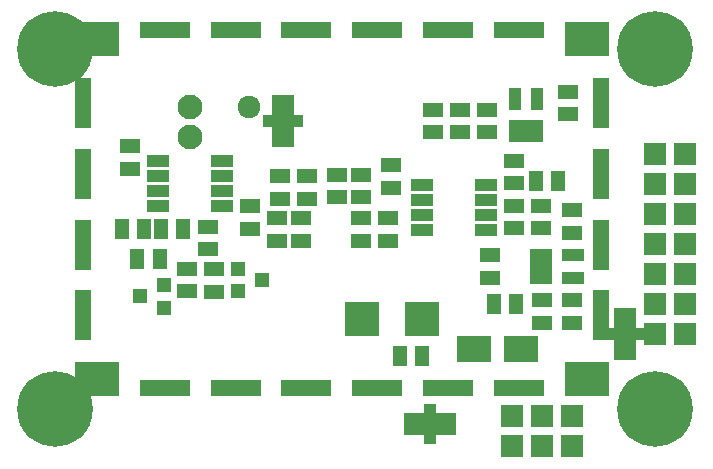
<source format=gbr>
G04 #@! TF.GenerationSoftware,KiCad,Pcbnew,(6.0.0-rc1-dev-205-gc0615c5ef)*
G04 #@! TF.CreationDate,2018-10-01T14:54:23+02:00*
G04 #@! TF.ProjectId,PCRD05A,504352443035412E6B696361645F7063,REV*
G04 #@! TF.SameCoordinates,Original*
G04 #@! TF.FileFunction,Soldermask,Bot*
G04 #@! TF.FilePolarity,Negative*
%FSLAX46Y46*%
G04 Gerber Fmt 4.6, Leading zero omitted, Abs format (unit mm)*
G04 Created by KiCad (PCBNEW (6.0.0-rc1-dev-205-gc0615c5ef)) date 10/01/18 14:54:23*
%MOMM*%
%LPD*%
G01*
G04 APERTURE LIST*
%ADD10R,1.797000X1.289000*%
%ADD11R,4.200000X1.400000*%
%ADD12R,3.700000X2.950000*%
%ADD13R,1.400000X4.200000*%
%ADD14R,2.950160X2.899360*%
%ADD15R,1.289000X1.797000*%
%ADD16R,2.899360X2.200860*%
%ADD17R,1.924000X1.924000*%
%ADD18C,6.400000*%
%ADD19R,1.950000X1.000000*%
%ADD20R,1.050000X1.960000*%
%ADD21R,1.960000X1.050000*%
%ADD22R,1.300000X1.200000*%
%ADD23R,1.700000X1.900000*%
%ADD24R,1.100000X3.400000*%
%ADD25R,1.900000X1.700000*%
%ADD26R,3.400000X1.100000*%
%ADD27R,1.800000X1.299000*%
%ADD28R,1.800000X1.289000*%
%ADD29C,2.100000*%
%ADD30C,1.924000*%
G04 APERTURE END LIST*
D10*
G04 #@! TO.C,R12*
X48895000Y20002500D03*
X48895000Y21907500D03*
G04 #@! TD*
D11*
G04 #@! TO.C,M6*
X44385000Y37150000D03*
X38385000Y37150000D03*
X32385000Y37150000D03*
X26385000Y37150000D03*
X20385000Y37150000D03*
X14385000Y37150000D03*
X44385000Y6850000D03*
X38385000Y6850000D03*
X32385000Y6850000D03*
X26385000Y6850000D03*
X20385000Y6850000D03*
X14385000Y6850000D03*
D12*
X50135000Y36375000D03*
X8635000Y36375000D03*
X50135000Y7625000D03*
X8635000Y7625000D03*
D13*
X7485000Y13000000D03*
X7485000Y19000000D03*
X7485000Y25000000D03*
X7485000Y31000000D03*
X51285000Y13000000D03*
X51285000Y19000000D03*
X51285000Y25000000D03*
X51285000Y31000000D03*
G04 #@! TD*
D14*
G04 #@! TO.C,C1*
X31130240Y12700000D03*
X36179760Y12700000D03*
G04 #@! TD*
D10*
G04 #@! TO.C,C3*
X11430000Y27305000D03*
X11430000Y25400000D03*
G04 #@! TD*
D15*
G04 #@! TO.C,C4*
X34290000Y9525000D03*
X36195000Y9525000D03*
G04 #@! TD*
G04 #@! TO.C,C5*
X10731500Y20320000D03*
X12636500Y20320000D03*
G04 #@! TD*
D10*
G04 #@! TO.C,C6*
X25908000Y21209000D03*
X25908000Y19304000D03*
G04 #@! TD*
G04 #@! TO.C,C7*
X46228000Y20383500D03*
X46228000Y22288500D03*
G04 #@! TD*
G04 #@! TO.C,C8*
X39370000Y30416500D03*
X39370000Y28511500D03*
G04 #@! TD*
G04 #@! TO.C,C9*
X46355000Y14287500D03*
X46355000Y12382500D03*
G04 #@! TD*
D15*
G04 #@! TO.C,C10*
X15938500Y20320000D03*
X14033500Y20320000D03*
G04 #@! TD*
D10*
G04 #@! TO.C,C11*
X23876000Y19304000D03*
X23876000Y21209000D03*
G04 #@! TD*
G04 #@! TO.C,C12*
X43942000Y22288500D03*
X43942000Y20383500D03*
G04 #@! TD*
G04 #@! TO.C,C13*
X41656000Y28511500D03*
X41656000Y30416500D03*
G04 #@! TD*
G04 #@! TO.C,C14*
X48895000Y12382500D03*
X48895000Y14287500D03*
G04 #@! TD*
G04 #@! TO.C,C15*
X26416000Y22860000D03*
X26416000Y24765000D03*
G04 #@! TD*
G04 #@! TO.C,C16*
X28956000Y24892000D03*
X28956000Y22987000D03*
G04 #@! TD*
G04 #@! TO.C,C17*
X33528000Y23812500D03*
X33528000Y25717500D03*
G04 #@! TD*
G04 #@! TO.C,C18*
X33274000Y19304000D03*
X33274000Y21209000D03*
G04 #@! TD*
G04 #@! TO.C,C19*
X43942000Y24193500D03*
X43942000Y26098500D03*
G04 #@! TD*
D16*
G04 #@! TO.C,D1*
X44543980Y10160000D03*
X40546020Y10160000D03*
G04 #@! TD*
D17*
G04 #@! TO.C,J1*
X48895000Y4445000D03*
X48895000Y1905000D03*
X46355000Y4445000D03*
X46355000Y1905000D03*
X43815000Y4445000D03*
X43815000Y1905000D03*
G04 #@! TD*
G04 #@! TO.C,J2*
X55880000Y21590000D03*
X58420000Y21590000D03*
G04 #@! TD*
G04 #@! TO.C,J3*
X58420000Y19050000D03*
X55880000Y19050000D03*
G04 #@! TD*
G04 #@! TO.C,J4*
X55880000Y16510000D03*
X58420000Y16510000D03*
G04 #@! TD*
G04 #@! TO.C,J5*
X55880000Y26670000D03*
X58420000Y26670000D03*
G04 #@! TD*
G04 #@! TO.C,J6*
X58420000Y24130000D03*
X55880000Y24130000D03*
G04 #@! TD*
G04 #@! TO.C,J7*
X58420000Y11430000D03*
X55880000Y11430000D03*
G04 #@! TD*
D18*
G04 #@! TO.C,M1*
X5080000Y35560000D03*
G04 #@! TD*
G04 #@! TO.C,M2*
X55880000Y35560000D03*
G04 #@! TD*
G04 #@! TO.C,M3*
X55880000Y5080000D03*
G04 #@! TD*
G04 #@! TO.C,M4*
X5080000Y5080000D03*
G04 #@! TD*
D10*
G04 #@! TO.C,R2*
X21590000Y20320000D03*
X21590000Y22225000D03*
G04 #@! TD*
G04 #@! TO.C,R3*
X41910000Y18097500D03*
X41910000Y16192500D03*
G04 #@! TD*
G04 #@! TO.C,R4*
X37084000Y28511500D03*
X37084000Y30416500D03*
G04 #@! TD*
D15*
G04 #@! TO.C,R5*
X42227500Y13970000D03*
X44132500Y13970000D03*
G04 #@! TD*
G04 #@! TO.C,R6*
X13970000Y17780000D03*
X12065000Y17780000D03*
G04 #@! TD*
D10*
G04 #@! TO.C,R9*
X24130000Y24765000D03*
X24130000Y22860000D03*
G04 #@! TD*
G04 #@! TO.C,R10*
X30988000Y24892000D03*
X30988000Y22987000D03*
G04 #@! TD*
G04 #@! TO.C,R11*
X30988000Y21209000D03*
X30988000Y19304000D03*
G04 #@! TD*
D15*
G04 #@! TO.C,R13*
X47688500Y24384000D03*
X45783500Y24384000D03*
G04 #@! TD*
D19*
G04 #@! TO.C,U1*
X19210000Y22225000D03*
X19210000Y23495000D03*
X19210000Y24765000D03*
X19210000Y26035000D03*
X13810000Y26035000D03*
X13810000Y24765000D03*
X13810000Y23495000D03*
X13810000Y22225000D03*
G04 #@! TD*
G04 #@! TO.C,U2*
X36162000Y20193000D03*
X36162000Y21463000D03*
X36162000Y22733000D03*
X36162000Y24003000D03*
X41562000Y24003000D03*
X41562000Y22733000D03*
X41562000Y21463000D03*
X41562000Y20193000D03*
G04 #@! TD*
D20*
G04 #@! TO.C,U4*
X45908000Y28622000D03*
X44958000Y28622000D03*
X44008000Y28622000D03*
X44008000Y31322000D03*
X45908000Y31322000D03*
G04 #@! TD*
D21*
G04 #@! TO.C,U5*
X48975000Y16195000D03*
X48975000Y18095000D03*
X46275000Y18095000D03*
X46275000Y17145000D03*
X46275000Y16195000D03*
G04 #@! TD*
D10*
G04 #@! TO.C,C20*
X16256000Y16954500D03*
X16256000Y15049500D03*
G04 #@! TD*
G04 #@! TO.C,R15*
X18542000Y14986000D03*
X18542000Y16891000D03*
G04 #@! TD*
D22*
G04 #@! TO.C,U3*
X22606000Y16002000D03*
X20606000Y16952000D03*
X20606000Y15052000D03*
G04 #@! TD*
G04 #@! TO.C,U6*
X14335000Y15555000D03*
X14335000Y13655000D03*
X12335000Y14605000D03*
G04 #@! TD*
D17*
G04 #@! TO.C,J11*
X55880000Y13970000D03*
X58420000Y13970000D03*
G04 #@! TD*
D23*
G04 #@! TO.C,C21*
X35480000Y3810000D03*
D24*
X36830000Y3810000D03*
D23*
X38180000Y3810000D03*
G04 #@! TD*
D25*
G04 #@! TO.C,C23*
X53340000Y12780000D03*
D26*
X53340000Y11430000D03*
D25*
X53340000Y10080000D03*
G04 #@! TD*
G04 #@! TO.C,C25*
X24384000Y30814000D03*
D26*
X24384000Y29464000D03*
D25*
X24384000Y28114000D03*
G04 #@! TD*
D27*
G04 #@! TO.C,R1*
X48514000Y30035500D03*
D28*
X48514000Y31940500D03*
G04 #@! TD*
D27*
G04 #@! TO.C,R7*
X18034000Y20510500D03*
D28*
X18034000Y18605500D03*
G04 #@! TD*
D29*
G04 #@! TO.C,J8*
X16550000Y28100000D03*
X16550000Y30640000D03*
D30*
X21550000Y30640000D03*
G04 #@! TD*
M02*

</source>
